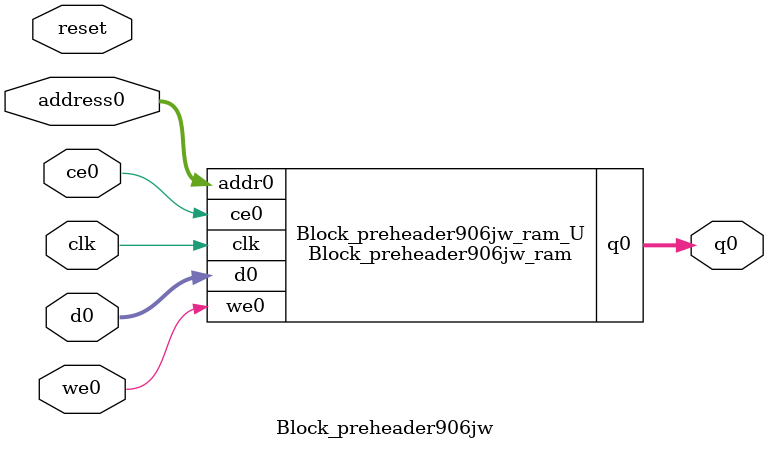
<source format=v>
`timescale 1 ns / 1 ps
module Block_preheader906jw_ram (addr0, ce0, d0, we0, q0,  clk);

parameter DWIDTH = 4;
parameter AWIDTH = 12;
parameter MEM_SIZE = 3444;

input[AWIDTH-1:0] addr0;
input ce0;
input[DWIDTH-1:0] d0;
input we0;
output reg[DWIDTH-1:0] q0;
input clk;

(* ram_style = "block" *)reg [DWIDTH-1:0] ram[0:MEM_SIZE-1];




always @(posedge clk)  
begin 
    if (ce0) begin
        if (we0) 
            ram[addr0] <= d0; 
        q0 <= ram[addr0];
    end
end


endmodule

`timescale 1 ns / 1 ps
module Block_preheader906jw(
    reset,
    clk,
    address0,
    ce0,
    we0,
    d0,
    q0);

parameter DataWidth = 32'd4;
parameter AddressRange = 32'd3444;
parameter AddressWidth = 32'd12;
input reset;
input clk;
input[AddressWidth - 1:0] address0;
input ce0;
input we0;
input[DataWidth - 1:0] d0;
output[DataWidth - 1:0] q0;



Block_preheader906jw_ram Block_preheader906jw_ram_U(
    .clk( clk ),
    .addr0( address0 ),
    .ce0( ce0 ),
    .we0( we0 ),
    .d0( d0 ),
    .q0( q0 ));

endmodule


</source>
